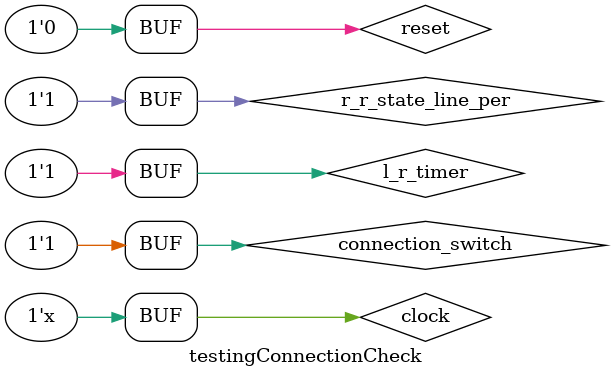
<source format=v>
`timescale 1us / 1ps

module testingConnectionCheck;

	// Inputs
	reg clock;
	reg reset;
	reg connection_switch;
	
	wire state_line, state_line_per;
	wire [31:0] timer, n_timer;
	wire l_r_timer, r_r_timer, timer_done, timer_reset;
	wire r_r_state_line_per, e_r_state_line_per;
	parameter timer_cap = 32'd500000, timer_reset_cap = 32'd500001;
	assign l_r_timer = 1'b1;
	assign r_r_timer = ~(reset | timer_reset);
	adder_subtractor_32bit a_timer(.a(timer), .b(32'd1), .want_subtract(1'b0), .c_out(), .s(n_timer) );
	register_32bit_enable_async r_timer(.clk(clock), .resetn(r_r_timer), .enable(l_r_timer), .select(l_r_timer), .d(n_timer), .q(timer) );
	assign timer_done = (timer == timer_cap) ? 1'b1 : 1'b0;
	assign timer_reset = (timer == timer_reset_cap) ? 1'b1 : 1'b0;
	assign r_r_state_line_per = ~reset;
	assign e_r_state_line_per = timer_done;
	T_FF_Enable_Async r_state_line_per(.clk(clock), .resetn(r_r_state_line_per), .enable(e_r_state_line_per), .q(state_line_per));
	mux_2_1bit m_state_line(.data0(state_line_per), .data1(1'b1), .sel(connection_switch),. result(state_line));
	
	// Outputs
	wire connection_flag, connection_warning_flag;
	
	wire [1:0] cc_curr, cc_next;

	// Instantiate the Unit Under Test (UUT)
	HM_10_Connection_Check uut(
		.cc_curr(cc_curr),
		.cc_next(cc_next),
		.reset(reset),
		.clock(clock),
		.state_line(state_line), 
		.connection_flag(connection_flag),
		.connection_warning_flag(connection_warning_flag)
	);
	
	always begin
		#1 clock = !clock;
	end

	initial begin
		// Initialize Inputs
		clock = 0;
		reset = 1;
		connection_switch = 1;

		// Wait 100 us for global reset to finish
		#100;
        
		// Add stimulus here
		#100 reset = 1'b0;
		
		#100 connection_switch = 0;
		
		#150 connection_switch = 1;
		
//		#5000000 connection_switch = 1'b1;
		
//		#25000000 connection_switch = 1'b0;
	end
	
endmodule


</source>
